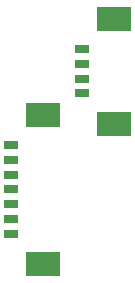
<source format=gtp>
%TF.GenerationSoftware,KiCad,Pcbnew,5.1.6-c6e7f7d~86~ubuntu18.04.1*%
%TF.CreationDate,2020-07-28T03:10:59+01:00*%
%TF.ProjectId,pmod_picoblade,706d6f64-5f70-4696-936f-626c6164652e,rev?*%
%TF.SameCoordinates,Original*%
%TF.FileFunction,Paste,Top*%
%TF.FilePolarity,Positive*%
%FSLAX46Y46*%
G04 Gerber Fmt 4.6, Leading zero omitted, Abs format (unit mm)*
G04 Created by KiCad (PCBNEW 5.1.6-c6e7f7d~86~ubuntu18.04.1) date 2020-07-28 03:10:59*
%MOMM*%
%LPD*%
G01*
G04 APERTURE LIST*
%ADD10R,1.300000X0.800000*%
%ADD11R,3.000000X2.100000*%
G04 APERTURE END LIST*
D10*
%TO.C,J7*%
X122000000Y-62125000D03*
X122000000Y-63375000D03*
X122000000Y-64625000D03*
X122000000Y-65875000D03*
D11*
X124750000Y-59575000D03*
X124750000Y-68425000D03*
%TD*%
D10*
%TO.C,J3*%
X116000000Y-70250000D03*
X116000000Y-71500000D03*
X116000000Y-72750000D03*
X116000000Y-74000000D03*
X116000000Y-75250000D03*
X116000000Y-76500000D03*
X116000000Y-77750000D03*
D11*
X118750000Y-67700000D03*
X118750000Y-80300000D03*
%TD*%
M02*

</source>
